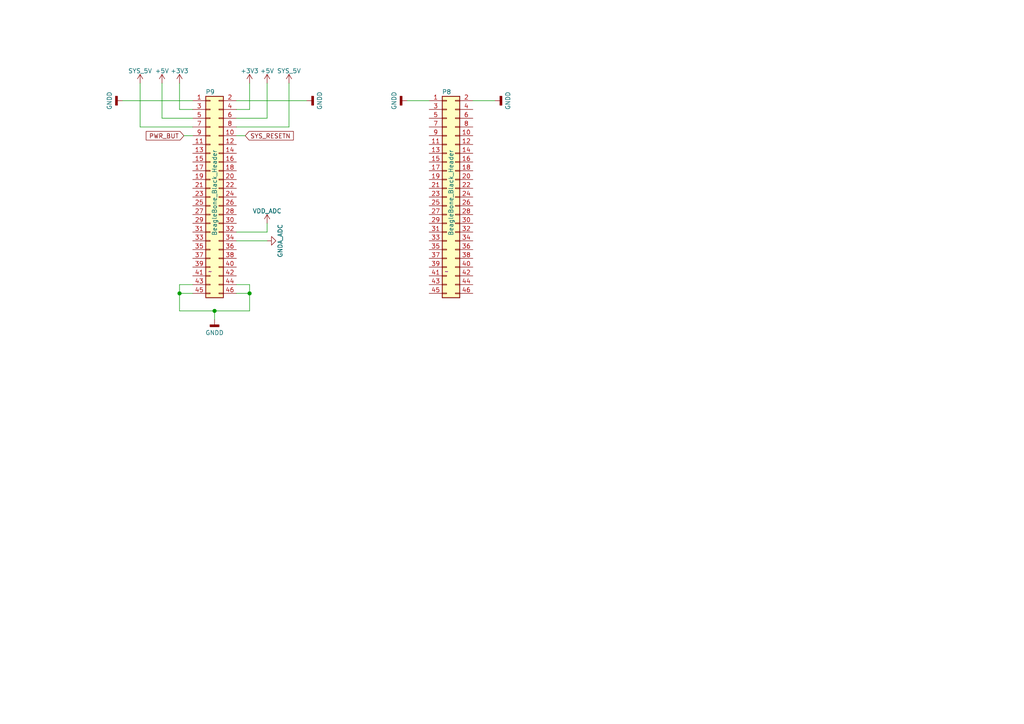
<source format=kicad_sch>
(kicad_sch (version 20210126) (generator eeschema)
  (paper "A4")
  (lib_symbols
    (symbol "Connector_Generic:Conn_02x23_Odd_Even" (pin_names (offset 1.016) hide)
      (property "Reference" "J" (at 1.27 30.48 0))
      (property "Value" "Conn_02x23_Odd_Even" (at 1.27 -30.48 0))
      (symbol "Conn_02x23_Odd_Even_1_1"
        (rectangle (start -1.27 -27.813) (end 0 -28.067) (stroke (width 0.1524)))
        (rectangle (start -1.27 -4.953) (end 0 -5.207) (stroke (width 0.1524)))
        (rectangle (start -1.27 -7.493) (end 0 -7.747) (stroke (width 0.1524)))
        (rectangle (start -1.27 -10.033) (end 0 -10.287) (stroke (width 0.1524)))
        (rectangle (start -1.27 -12.573) (end 0 -12.827) (stroke (width 0.1524)))
        (rectangle (start -1.27 -15.113) (end 0 -15.367) (stroke (width 0.1524)))
        (rectangle (start -1.27 -17.653) (end 0 -17.907) (stroke (width 0.1524)))
        (rectangle (start -1.27 -20.193) (end 0 -20.447) (stroke (width 0.1524)))
        (rectangle (start -1.27 -22.733) (end 0 -22.987) (stroke (width 0.1524)))
        (rectangle (start -1.27 -2.413) (end 0 -2.667) (stroke (width 0.1524)))
        (rectangle (start -1.27 -25.273) (end 0 -25.527) (stroke (width 0.1524)))
        (rectangle (start -1.27 25.527) (end 0 25.273) (stroke (width 0.1524)))
        (rectangle (start -1.27 2.667) (end 0 2.413) (stroke (width 0.1524)))
        (rectangle (start -1.27 28.067) (end 0 27.813) (stroke (width 0.1524)))
        (rectangle (start -1.27 29.21) (end 3.81 -29.21) (stroke (width 0.254)) (fill (type background)))
        (rectangle (start -1.27 5.207) (end 0 4.953) (stroke (width 0.1524)))
        (rectangle (start -1.27 7.747) (end 0 7.493) (stroke (width 0.1524)))
        (rectangle (start -1.27 10.287) (end 0 10.033) (stroke (width 0.1524)))
        (rectangle (start -1.27 0.127) (end 0 -0.127) (stroke (width 0.1524)))
        (rectangle (start -1.27 12.827) (end 0 12.573) (stroke (width 0.1524)))
        (rectangle (start -1.27 15.367) (end 0 15.113) (stroke (width 0.1524)))
        (rectangle (start -1.27 17.907) (end 0 17.653) (stroke (width 0.1524)))
        (rectangle (start -1.27 20.447) (end 0 20.193) (stroke (width 0.1524)))
        (rectangle (start -1.27 22.987) (end 0 22.733) (stroke (width 0.1524)))
        (rectangle (start 3.81 -27.813) (end 2.54 -28.067) (stroke (width 0.1524)))
        (rectangle (start 3.81 -4.953) (end 2.54 -5.207) (stroke (width 0.1524)))
        (rectangle (start 3.81 -7.493) (end 2.54 -7.747) (stroke (width 0.1524)))
        (rectangle (start 3.81 -10.033) (end 2.54 -10.287) (stroke (width 0.1524)))
        (rectangle (start 3.81 -12.573) (end 2.54 -12.827) (stroke (width 0.1524)))
        (rectangle (start 3.81 -15.113) (end 2.54 -15.367) (stroke (width 0.1524)))
        (rectangle (start 3.81 -17.653) (end 2.54 -17.907) (stroke (width 0.1524)))
        (rectangle (start 3.81 -20.193) (end 2.54 -20.447) (stroke (width 0.1524)))
        (rectangle (start 3.81 -22.733) (end 2.54 -22.987) (stroke (width 0.1524)))
        (rectangle (start 3.81 -2.413) (end 2.54 -2.667) (stroke (width 0.1524)))
        (rectangle (start 3.81 -25.273) (end 2.54 -25.527) (stroke (width 0.1524)))
        (rectangle (start 3.81 25.527) (end 2.54 25.273) (stroke (width 0.1524)))
        (rectangle (start 3.81 2.667) (end 2.54 2.413) (stroke (width 0.1524)))
        (rectangle (start 3.81 28.067) (end 2.54 27.813) (stroke (width 0.1524)))
        (rectangle (start 3.81 5.207) (end 2.54 4.953) (stroke (width 0.1524)))
        (rectangle (start 3.81 7.747) (end 2.54 7.493) (stroke (width 0.1524)))
        (rectangle (start 3.81 10.287) (end 2.54 10.033) (stroke (width 0.1524)))
        (rectangle (start 3.81 0.127) (end 2.54 -0.127) (stroke (width 0.1524)))
        (rectangle (start 3.81 12.827) (end 2.54 12.573) (stroke (width 0.1524)))
        (rectangle (start 3.81 15.367) (end 2.54 15.113) (stroke (width 0.1524)))
        (rectangle (start 3.81 17.907) (end 2.54 17.653) (stroke (width 0.1524)))
        (rectangle (start 3.81 20.447) (end 2.54 20.193) (stroke (width 0.1524)))
        (rectangle (start 3.81 22.987) (end 2.54 22.733) (stroke (width 0.1524)))
        (pin passive line (at -5.08 27.94 0) (length 3.81) (name "Pin_1") (number "1"))
        (pin passive line (at 7.62 17.78 180) (length 3.81) (name "Pin_10") (number "10"))
        (pin passive line (at -5.08 15.24 0) (length 3.81) (name "Pin_11") (number "11"))
        (pin passive line (at 7.62 15.24 180) (length 3.81) (name "Pin_12") (number "12"))
        (pin passive line (at -5.08 12.7 0) (length 3.81) (name "Pin_13") (number "13"))
        (pin passive line (at 7.62 12.7 180) (length 3.81) (name "Pin_14") (number "14"))
        (pin passive line (at -5.08 10.16 0) (length 3.81) (name "Pin_15") (number "15"))
        (pin passive line (at 7.62 10.16 180) (length 3.81) (name "Pin_16") (number "16"))
        (pin passive line (at -5.08 7.62 0) (length 3.81) (name "Pin_17") (number "17"))
        (pin passive line (at 7.62 7.62 180) (length 3.81) (name "Pin_18") (number "18"))
        (pin passive line (at -5.08 5.08 0) (length 3.81) (name "Pin_19") (number "19"))
        (pin passive line (at 7.62 27.94 180) (length 3.81) (name "Pin_2") (number "2"))
        (pin passive line (at 7.62 5.08 180) (length 3.81) (name "Pin_20") (number "20"))
        (pin passive line (at -5.08 2.54 0) (length 3.81) (name "Pin_21") (number "21"))
        (pin passive line (at 7.62 2.54 180) (length 3.81) (name "Pin_22") (number "22"))
        (pin passive line (at -5.08 0 0) (length 3.81) (name "Pin_23") (number "23"))
        (pin passive line (at 7.62 0 180) (length 3.81) (name "Pin_24") (number "24"))
        (pin passive line (at -5.08 -2.54 0) (length 3.81) (name "Pin_25") (number "25"))
        (pin passive line (at 7.62 -2.54 180) (length 3.81) (name "Pin_26") (number "26"))
        (pin passive line (at -5.08 -5.08 0) (length 3.81) (name "Pin_27") (number "27"))
        (pin passive line (at 7.62 -5.08 180) (length 3.81) (name "Pin_28") (number "28"))
        (pin passive line (at -5.08 -7.62 0) (length 3.81) (name "Pin_29") (number "29"))
        (pin passive line (at -5.08 25.4 0) (length 3.81) (name "Pin_3") (number "3"))
        (pin passive line (at 7.62 -7.62 180) (length 3.81) (name "Pin_30") (number "30"))
        (pin passive line (at -5.08 -10.16 0) (length 3.81) (name "Pin_31") (number "31"))
        (pin passive line (at 7.62 -10.16 180) (length 3.81) (name "Pin_32") (number "32"))
        (pin passive line (at -5.08 -12.7 0) (length 3.81) (name "Pin_33") (number "33"))
        (pin passive line (at 7.62 -12.7 180) (length 3.81) (name "Pin_34") (number "34"))
        (pin passive line (at -5.08 -15.24 0) (length 3.81) (name "Pin_35") (number "35"))
        (pin passive line (at 7.62 -15.24 180) (length 3.81) (name "Pin_36") (number "36"))
        (pin passive line (at -5.08 -17.78 0) (length 3.81) (name "Pin_37") (number "37"))
        (pin passive line (at 7.62 -17.78 180) (length 3.81) (name "Pin_38") (number "38"))
        (pin passive line (at -5.08 -20.32 0) (length 3.81) (name "Pin_39") (number "39"))
        (pin passive line (at 7.62 25.4 180) (length 3.81) (name "Pin_4") (number "4"))
        (pin passive line (at 7.62 -20.32 180) (length 3.81) (name "Pin_40") (number "40"))
        (pin passive line (at -5.08 -22.86 0) (length 3.81) (name "Pin_41") (number "41"))
        (pin passive line (at 7.62 -22.86 180) (length 3.81) (name "Pin_42") (number "42"))
        (pin passive line (at -5.08 -25.4 0) (length 3.81) (name "Pin_43") (number "43"))
        (pin passive line (at 7.62 -25.4 180) (length 3.81) (name "Pin_44") (number "44"))
        (pin passive line (at -5.08 -27.94 0) (length 3.81) (name "Pin_45") (number "45"))
        (pin passive line (at 7.62 -27.94 180) (length 3.81) (name "Pin_46") (number "46"))
        (pin passive line (at -5.08 22.86 0) (length 3.81) (name "Pin_5") (number "5"))
        (pin passive line (at 7.62 22.86 180) (length 3.81) (name "Pin_6") (number "6"))
        (pin passive line (at -5.08 20.32 0) (length 3.81) (name "Pin_7") (number "7"))
        (pin passive line (at 7.62 20.32 180) (length 3.81) (name "Pin_8") (number "8"))
        (pin passive line (at -5.08 17.78 0) (length 3.81) (name "Pin_9") (number "9"))
      )
    )
    (symbol "power:+3.3V" (power) (pin_names (offset 0))
      (property "Value" "+3.3V" (at 0 3.556 0))
      (symbol "+3.3V_0_1"
        (polyline (pts (xy -0.762 1.27) (xy 0 2.54)))
        (polyline (pts (xy 0 0) (xy 0 2.54)))
        (polyline (pts (xy 0 2.54) (xy 0.762 1.27)))
      )
      (symbol "+3.3V_1_1"
        (pin power_in line (at 0 0 90) (length 0) hide (name "+3V3") (number "1"))
      )
    )
    (symbol "power:+5V" (power) (pin_names (offset 0))
      (property "Value" "+5V" (at 0 3.556 0))
      (symbol "+5V_0_1"
        (polyline (pts (xy -0.762 1.27) (xy 0 2.54)))
        (polyline (pts (xy 0 0) (xy 0 2.54)))
        (polyline (pts (xy 0 2.54) (xy 0.762 1.27)))
      )
      (symbol "+5V_1_1"
        (pin power_in line (at 0 0 90) (length 0) hide (name "+5V") (number "1"))
      )
    )
    (symbol "power:GNDD" (power) (pin_names (offset 0))
      (property "Value" "GNDD" (at 0 -3.175 0))
      (symbol "GNDD_0_1"
        (rectangle (start -1.27 -1.524) (end 1.27 -2.032) (stroke (width 0.254)) (fill (type outline)))
        (polyline (pts (xy 0 0) (xy 0 -1.524)))
      )
      (symbol "GNDD_1_1"
        (pin power_in line (at 0 0 270) (length 0) hide (name "GNDD") (number "1"))
      )
    )
    (symbol "pwr_BeagleBone:GNDA_ADC" (power) (pin_names (offset 0))
      (property "Value" "GNDA_ADC" (at 0 -3.81 0))
      (symbol "GNDA_ADC_0_1"
        (polyline (pts (xy 0 0) (xy 0 -1.27) (xy 1.27 -1.27) (xy 0 -2.54) (xy -1.27 -1.27) (xy 0 -1.27)))
      )
      (symbol "GNDA_ADC_1_1"
        (pin power_in line (at 0 0 270) (length 0) hide (name "GNDA_ADC") (number "1"))
      )
    )
    (symbol "pwr_BeagleBone:SYS_5V" (power) (pin_names (offset 0))
      (property "Value" "SYS_5V" (at 0 3.556 0))
      (symbol "SYS_5V_0_1"
        (polyline (pts (xy -0.762 1.27) (xy 0 2.54)))
        (polyline (pts (xy 0 0) (xy 0 2.54)))
        (polyline (pts (xy 0 2.54) (xy 0.762 1.27)))
      )
      (symbol "SYS_5V_1_1"
        (pin power_in line (at 0 0 90) (length 0) hide (name "SYS_5V") (number "1"))
      )
    )
    (symbol "pwr_BeagleBone:VDD_ADC" (power) (pin_names (offset 0))
      (property "Value" "VDD_ADC" (at 0 3.556 0))
      (symbol "VDD_ADC_0_1"
        (polyline (pts (xy -0.762 1.27) (xy 0 2.54)))
        (polyline (pts (xy 0 0) (xy 0 2.54)))
        (polyline (pts (xy 0 2.54) (xy 0.762 1.27)))
      )
      (symbol "VDD_ADC_1_1"
        (pin power_in line (at 0 0 90) (length 0) hide (name "VDD_ADC") (number "1"))
      )
    )
  )
  (junction (at 52.07 85.09) (diameter 1.016))
  (junction (at 62.23 90.17) (diameter 1.016))
  (junction (at 72.39 85.09) (diameter 1.016))
  (wire (pts (xy 40.64 36.83) (xy 40.64 24.13)))
  (wire (pts (xy 46.99 34.29) (xy 46.99 24.13)))
  (wire (pts (xy 52.07 31.75) (xy 52.07 24.13)))
  (wire (pts (xy 52.07 82.55) (xy 55.88 82.55)))
  (wire (pts (xy 52.07 85.09) (xy 52.07 82.55)))
  (wire (pts (xy 52.07 90.17) (xy 52.07 85.09)))
  (wire (pts (xy 55.88 29.21) (xy 35.56 29.21)))
  (wire (pts (xy 55.88 31.75) (xy 52.07 31.75)))
  (wire (pts (xy 55.88 34.29) (xy 46.99 34.29)))
  (wire (pts (xy 55.88 36.83) (xy 40.64 36.83)))
  (wire (pts (xy 55.88 39.37) (xy 53.34 39.37)))
  (wire (pts (xy 55.88 85.09) (xy 52.07 85.09)))
  (wire (pts (xy 62.23 90.17) (xy 52.07 90.17)))
  (wire (pts (xy 62.23 92.71) (xy 62.23 90.17)))
  (wire (pts (xy 68.58 29.21) (xy 88.9 29.21)))
  (wire (pts (xy 68.58 31.75) (xy 72.39 31.75)))
  (wire (pts (xy 68.58 34.29) (xy 77.47 34.29)))
  (wire (pts (xy 68.58 39.37) (xy 71.12 39.37)))
  (wire (pts (xy 68.58 67.31) (xy 77.47 67.31)))
  (wire (pts (xy 68.58 69.85) (xy 77.47 69.85)))
  (wire (pts (xy 68.58 82.55) (xy 72.39 82.55)))
  (wire (pts (xy 68.58 85.09) (xy 72.39 85.09)))
  (wire (pts (xy 72.39 31.75) (xy 72.39 24.13)))
  (wire (pts (xy 72.39 82.55) (xy 72.39 85.09)))
  (wire (pts (xy 72.39 85.09) (xy 72.39 90.17)))
  (wire (pts (xy 72.39 90.17) (xy 62.23 90.17)))
  (wire (pts (xy 77.47 34.29) (xy 77.47 24.13)))
  (wire (pts (xy 77.47 67.31) (xy 77.47 64.77)))
  (wire (pts (xy 83.82 24.13) (xy 83.82 36.83)))
  (wire (pts (xy 83.82 36.83) (xy 68.58 36.83)))
  (wire (pts (xy 118.11 29.21) (xy 124.46 29.21)))
  (wire (pts (xy 137.16 29.21) (xy 143.51 29.21)))
  (global_label "PWR_BUT" (shape input) (at 53.34 39.37 180) (property "Intersheet References" "${INTERSHEET_REFS}" (effects hide)))
  (global_label "SYS_RESETN" (shape input) (at 71.12 39.37 0) (property "Intersheet References" "${INTERSHEET_REFS}" (effects hide)))
  (symbol (lib_id "pwr_BeagleBone:SYS_5V") (at 40.64 24.13 0) (unit 1)
    (property "Reference" "#PWR011" (effects hide))
    (property "Value" "SYS_5V" (at 40.64 20.574 0))
  )
  (symbol (lib_id "power:+5V") (at 46.99 24.13 0) (unit 1)
    (property "Reference" "#PWR09" (effects hide))
    (property "Value" "+5V" (at 46.99 20.574 0))
  )
  (symbol (lib_id "power:+3.3V") (at 52.07 24.13 0) (unit 1)
    (property "Reference" "#PWR08" (effects hide))
    (property "Value" "+3V3" (at 52.07 20.574 0))
  )
  (symbol (lib_id "power:+3.3V") (at 72.39 24.13 0) (unit 1)
    (property "Reference" "#PWR06" (effects hide))
    (property "Value" "+3V3" (at 72.39 20.574 0))
  )
  (symbol (lib_id "power:+5V") (at 77.47 24.13 0) (unit 1)
    (property "Reference" "#PWR07" (effects hide))
    (property "Value" "+5V" (at 77.47 20.574 0))
  )
  (symbol (lib_id "pwr_BeagleBone:VDD_ADC") (at 77.47 64.77 0) (unit 1)
    (property "Reference" "#PWR012" (effects hide))
    (property "Value" "VDD_ADC" (at 77.47 61.214 0))
  )
  (symbol (lib_id "pwr_BeagleBone:SYS_5V") (at 83.82 24.13 0) (unit 1)
    (property "Reference" "#PWR010" (effects hide))
    (property "Value" "SYS_5V" (at 83.82 20.574 0))
  )
  (symbol (lib_id "power:GNDD") (at 35.56 29.21 270) (unit 1)
    (property "Reference" "#PWR03" (effects hide))
    (property "Value" "GNDD" (at 31.75 29.21 0))
  )
  (symbol (lib_id "power:GNDD") (at 62.23 92.71 0) (unit 1)
    (property "Reference" "#PWR01" (effects hide))
    (property "Value" "GNDD" (at 62.23 96.52 0))
  )
  (symbol (lib_id "power:GNDD") (at 88.9 29.21 90) (unit 1)
    (property "Reference" "#PWR02" (effects hide))
    (property "Value" "GNDD" (at 92.71 29.21 0))
  )
  (symbol (lib_id "power:GNDD") (at 118.11 29.21 270) (unit 1)
    (property "Reference" "#PWR04" (effects hide))
    (property "Value" "GNDD" (at 114.3 29.21 0))
  )
  (symbol (lib_id "power:GNDD") (at 143.51 29.21 90) (unit 1)
    (property "Reference" "#PWR05" (effects hide))
    (property "Value" "GNDD" (at 147.32 29.21 0))
  )
  (symbol (lib_id "pwr_BeagleBone:GNDA_ADC") (at 77.47 69.85 90) (unit 1)
    (property "Reference" "#PWR013" (effects hide))
    (property "Value" "GNDA_ADC" (at 81.28 69.85 0))
  )
  (symbol (lib_id "Connector_Generic:Conn_02x23_Odd_Even") (at 60.96 57.15 0) (unit 1)
    (property "Reference" "P9" (at 60.96 26.67 0))
    (property "Value" "BeagleBone_Black_Header" (at 62.23 55.88 90))
    (property "Footprint" "Socket_BeagleBone_Black:Socket_BeagleBone_Black" (effects hide))
    (property "Datasheet" "~" (at 60.96 78.74 0) (effects (font (size 1.524 1.524))))
  )
  (symbol (lib_id "Connector_Generic:Conn_02x23_Odd_Even") (at 129.54 57.15 0) (unit 1)
    (property "Reference" "P8" (at 129.54 26.67 0))
    (property "Value" "BeagleBone_Black_Header" (at 130.81 55.88 90))
    (property "Footprint" "Socket_BeagleBone_Black:Socket_BeagleBone_Black" (effects hide))
    (property "Datasheet" "~" (at 129.54 78.74 0) (effects (font (size 1.524 1.524))))
  )
)
</source>
